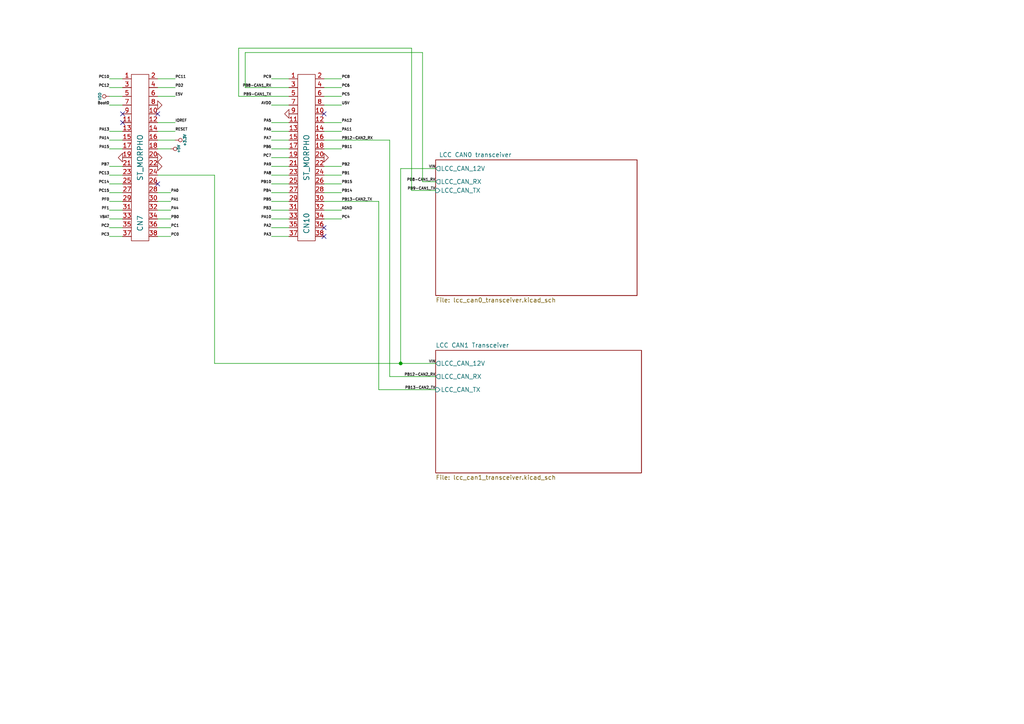
<source format=kicad_sch>
(kicad_sch (version 20211123) (generator eeschema)
  (paper "A4")
  (title_block (date "12 jun 2018"))
  (lib_symbols
    (symbol "STM32_Nucleo_MorphoBoard-rescue:+3.3V" (power) (pin_names (offset 0))
      (property "Value" "+3.3V" (at 0 2.794 0))
      (symbol "+3.3V_0_0"
        (pin power_in line (at 0 0 90) (length 0) hide (name "+3.3V") (number "1"))
      )
      (symbol "+3.3V_0_1"
        (polyline (pts (xy 0 0) (xy 0 1.016) (xy 0 1.016)))
        (circle (center 0 1.524) (radius 0.508))
      )
    )
    (symbol "STM32_Nucleo_MorphoBoard-rescue:+5V" (power) (pin_names (offset 1.016))
      (property "Value" "+5V" (at 0 2.286 0))
      (symbol "+5V_0_0"
        (pin power_in line (at 0 0 90) (length 0) hide (name "+5V") (number "1"))
      )
      (symbol "+5V_0_1"
        (polyline (pts (xy 0 0) (xy 0 0.762) (xy 0 0.762) (xy 0 0.762)))
        (circle (center 0 1.27) (radius 0.508))
      )
    )
    (symbol "STM32_Nucleo_MorphoBoard-rescue:GND" (power) (pin_names (offset 0))
      (symbol "GND_0_1"
        (polyline (pts (xy -1.27 0) (xy 0 -1.27) (xy 1.27 0) (xy -1.27 0)))
      )
      (symbol "GND_1_1"
        (pin power_in line (at 0 0 90) (length 0) hide (name "GND") (number "1"))
      )
    )
    (symbol "STM32_Nucleo_MorphoBoard-rescue:VDD" (power) (pin_names (offset 0))
      (property "Value" "VDD" (at 0 2.794 0))
      (symbol "VDD_0_0"
        (pin power_in line (at 0 0 90) (length 0) hide (name "VDD") (number "1"))
      )
      (symbol "VDD_0_1"
        (polyline (pts (xy 0 0) (xy 0 1.016) (xy 0 1.016)))
        (circle (center 0 1.524) (radius 0.508))
      )
    )
    (symbol "st_morpho:ST_MORPHO" (pin_names (offset 1.016))
      (property "Reference" "CN" (at 0 -19.05 90))
      (property "Value" "ST_MORPHO" (at 0 0 90))
      (symbol "ST_MORPHO_0_1"
        (rectangle (start -2.54 24.13) (end 2.54 -24.13))
      )
      (symbol "ST_MORPHO_1_1"
        (pin input line (at -5.08 22.86 0) (length 2.54) (name "~") (number "1"))
        (pin input line (at 5.08 12.7 180) (length 2.54) (name "~") (number "10"))
        (pin input line (at -5.08 10.16 0) (length 2.54) (name "~") (number "11"))
        (pin input line (at 5.08 10.16 180) (length 2.54) (name "~") (number "12"))
        (pin input line (at -5.08 7.62 0) (length 2.54) (name "~") (number "13"))
        (pin input line (at 5.08 7.62 180) (length 2.54) (name "~") (number "14"))
        (pin input line (at -5.08 5.08 0) (length 2.54) (name "~") (number "15"))
        (pin input line (at 5.08 5.08 180) (length 2.54) (name "~") (number "16"))
        (pin input line (at -5.08 2.54 0) (length 2.54) (name "~") (number "17"))
        (pin input line (at 5.08 2.54 180) (length 2.54) (name "~") (number "18"))
        (pin input line (at -5.08 0 0) (length 2.54) (name "~") (number "19"))
        (pin input line (at 5.08 22.86 180) (length 2.54) (name "~") (number "2"))
        (pin input line (at 5.08 0 180) (length 2.54) (name "~") (number "20"))
        (pin input line (at -5.08 -2.54 0) (length 2.54) (name "~") (number "21"))
        (pin input line (at 5.08 -2.54 180) (length 2.54) (name "~") (number "22"))
        (pin input line (at -5.08 -5.08 0) (length 2.54) (name "~") (number "23"))
        (pin input line (at 5.08 -5.08 180) (length 2.54) (name "~") (number "24"))
        (pin input line (at -5.08 -7.62 0) (length 2.54) (name "~") (number "25"))
        (pin input line (at 5.08 -7.62 180) (length 2.54) (name "~") (number "26"))
        (pin input line (at -5.08 -10.16 0) (length 2.54) (name "~") (number "27"))
        (pin input line (at 5.08 -10.16 180) (length 2.54) (name "~") (number "28"))
        (pin input line (at -5.08 -12.7 0) (length 2.54) (name "~") (number "29"))
        (pin input line (at -5.08 20.32 0) (length 2.54) (name "~") (number "3"))
        (pin input line (at 5.08 -12.7 180) (length 2.54) (name "~") (number "30"))
        (pin input line (at -5.08 -15.24 0) (length 2.54) (name "~") (number "31"))
        (pin input line (at 5.08 -15.24 180) (length 2.54) (name "~") (number "32"))
        (pin input line (at -5.08 -17.78 0) (length 2.54) (name "~") (number "33"))
        (pin input line (at 5.08 -17.78 180) (length 2.54) (name "~") (number "34"))
        (pin input line (at -5.08 -20.32 0) (length 2.54) (name "~") (number "35"))
        (pin input line (at 5.08 -20.32 180) (length 2.54) (name "~") (number "36"))
        (pin input line (at -5.08 -22.86 0) (length 2.54) (name "~") (number "37"))
        (pin input line (at 5.08 -22.86 180) (length 2.54) (name "~") (number "38"))
        (pin input line (at 5.08 20.32 180) (length 2.54) (name "~") (number "4"))
        (pin input line (at -5.08 17.78 0) (length 2.54) (name "~") (number "5"))
        (pin input line (at 5.08 17.78 180) (length 2.54) (name "~") (number "6"))
        (pin input line (at -5.08 15.24 0) (length 2.54) (name "~") (number "7"))
        (pin input line (at 5.08 15.24 180) (length 2.54) (name "~") (number "8"))
        (pin input line (at -5.08 12.7 0) (length 2.54) (name "~") (number "9"))
      )
    )
  )
  (junction (at 116.205 105.41))
  (no_connect (at 93.98 68.58))
  (no_connect (at 93.98 33.02))
  (no_connect (at 45.72 53.34))
  (no_connect (at 35.56 33.02))
  (no_connect (at 93.98 66.04))
  (no_connect (at 45.72 33.02))
  (no_connect (at 35.56 35.56))
  (wire (pts (xy 35.56 22.86) (xy 31.75 22.86)))
  (wire (pts (xy 99.06 60.96) (xy 93.98 60.96)))
  (wire (pts (xy 99.06 48.26) (xy 93.98 48.26)))
  (wire (pts (xy 71.12 15.24) (xy 71.12 25.4)))
  (wire (pts (xy 69.215 27.94) (xy 83.82 27.94)))
  (wire (pts (xy 99.06 27.94) (xy 93.98 27.94)))
  (wire (pts (xy 116.205 105.41) (xy 126.365 105.41)))
  (wire (pts (xy 50.8 22.86) (xy 45.72 22.86)))
  (wire (pts (xy 49.53 55.88) (xy 45.72 55.88)))
  (wire (pts (xy 78.74 43.18) (xy 83.82 43.18)))
  (wire (pts (xy 83.82 55.88) (xy 78.74 55.88)))
  (wire (pts (xy 93.98 40.64) (xy 113.03 40.64)))
  (wire (pts (xy 49.53 60.96) (xy 45.72 60.96)))
  (wire (pts (xy 93.98 38.1) (xy 99.06 38.1)))
  (wire (pts (xy 49.53 63.5) (xy 45.72 63.5)))
  (wire (pts (xy 78.74 66.04) (xy 83.82 66.04)))
  (wire (pts (xy 83.82 68.58) (xy 78.74 68.58)))
  (wire (pts (xy 31.75 27.94) (xy 35.56 27.94)))
  (wire (pts (xy 99.06 22.86) (xy 93.98 22.86)))
  (wire (pts (xy 126.365 109.22) (xy 113.03 109.22)))
  (wire (pts (xy 113.03 109.22) (xy 113.03 40.64)))
  (wire (pts (xy 119.38 55.245) (xy 126.365 55.245)))
  (wire (pts (xy 78.74 53.34) (xy 83.82 53.34)))
  (wire (pts (xy 31.75 53.34) (xy 35.56 53.34)))
  (wire (pts (xy 49.53 66.04) (xy 45.72 66.04)))
  (wire (pts (xy 31.75 66.04) (xy 35.56 66.04)))
  (wire (pts (xy 116.205 48.895) (xy 116.205 105.41)))
  (wire (pts (xy 78.74 30.48) (xy 83.82 30.48)))
  (wire (pts (xy 122.555 52.705) (xy 122.555 15.24)))
  (wire (pts (xy 49.53 68.58) (xy 45.72 68.58)))
  (wire (pts (xy 78.74 35.56) (xy 83.82 35.56)))
  (wire (pts (xy 83.82 45.72) (xy 78.74 45.72)))
  (wire (pts (xy 31.75 63.5) (xy 35.56 63.5)))
  (wire (pts (xy 99.06 63.5) (xy 93.98 63.5)))
  (wire (pts (xy 31.75 55.88) (xy 35.56 55.88)))
  (wire (pts (xy 93.98 55.88) (xy 99.06 55.88)))
  (wire (pts (xy 78.74 48.26) (xy 83.82 48.26)))
  (wire (pts (xy 31.75 40.64) (xy 35.56 40.64)))
  (wire (pts (xy 50.8 25.4) (xy 45.72 25.4)))
  (wire (pts (xy 83.82 63.5) (xy 78.74 63.5)))
  (wire (pts (xy 50.8 35.56) (xy 45.72 35.56)))
  (wire (pts (xy 83.82 50.8) (xy 78.74 50.8)))
  (wire (pts (xy 78.74 38.1) (xy 83.82 38.1)))
  (wire (pts (xy 31.75 58.42) (xy 35.56 58.42)))
  (wire (pts (xy 50.8 40.64) (xy 45.72 40.64)))
  (wire (pts (xy 93.98 25.4) (xy 99.06 25.4)))
  (wire (pts (xy 31.75 68.58) (xy 35.56 68.58)))
  (wire (pts (xy 50.8 38.1) (xy 45.72 38.1)))
  (wire (pts (xy 122.555 15.24) (xy 71.12 15.24)))
  (wire (pts (xy 31.75 50.8) (xy 35.56 50.8)))
  (wire (pts (xy 93.98 50.8) (xy 99.06 50.8)))
  (wire (pts (xy 78.74 58.42) (xy 83.82 58.42)))
  (wire (pts (xy 31.75 48.26) (xy 35.56 48.26)))
  (wire (pts (xy 126.365 52.705) (xy 122.555 52.705)))
  (wire (pts (xy 50.8 27.94) (xy 45.72 27.94)))
  (wire (pts (xy 99.06 35.56) (xy 93.98 35.56)))
  (wire (pts (xy 119.38 13.97) (xy 119.38 55.245)))
  (wire (pts (xy 78.74 60.96) (xy 83.82 60.96)))
  (wire (pts (xy 31.75 43.18) (xy 35.56 43.18)))
  (wire (pts (xy 35.56 25.4) (xy 31.75 25.4)))
  (wire (pts (xy 126.365 48.895) (xy 116.205 48.895)))
  (wire (pts (xy 31.75 38.1) (xy 35.56 38.1)))
  (wire (pts (xy 83.82 40.64) (xy 78.74 40.64)))
  (wire (pts (xy 62.23 105.41) (xy 116.205 105.41)))
  (wire (pts (xy 49.53 43.18) (xy 45.72 43.18)))
  (wire (pts (xy 109.855 58.42) (xy 109.855 113.03)))
  (wire (pts (xy 31.75 60.96) (xy 35.56 60.96)))
  (wire (pts (xy 109.855 113.03) (xy 126.365 113.03)))
  (wire (pts (xy 45.72 50.8) (xy 62.23 50.8)))
  (wire (pts (xy 83.82 22.86) (xy 78.74 22.86)))
  (wire (pts (xy 93.98 30.48) (xy 99.06 30.48)))
  (wire (pts (xy 49.53 58.42) (xy 45.72 58.42)))
  (wire (pts (xy 71.12 25.4) (xy 83.82 25.4)))
  (wire (pts (xy 93.98 58.42) (xy 109.855 58.42)))
  (wire (pts (xy 69.215 13.97) (xy 119.38 13.97)))
  (wire (pts (xy 62.23 50.8) (xy 62.23 105.41)))
  (wire (pts (xy 99.06 53.34) (xy 93.98 53.34)))
  (wire (pts (xy 69.215 27.94) (xy 69.215 13.97)))
  (wire (pts (xy 35.56 30.48) (xy 31.75 30.48)))
  (wire (pts (xy 99.06 43.18) (xy 93.98 43.18)))
  (label "PB12-CAN2_RX" (at 126.365 109.22 180) (effects (font (size 0.762 0.762))))
  (label "PB15" (at 99.06 53.34 0) (effects (font (size 0.762 0.762))))
  (label "PC1" (at 49.53 66.04 0) (effects (font (size 0.762 0.762))))
  (label "PA5" (at 78.74 35.56 180) (effects (font (size 0.762 0.762))))
  (label "PA0" (at 49.53 55.88 0) (effects (font (size 0.762 0.762))))
  (label "PC14" (at 31.75 53.34 180) (effects (font (size 0.762 0.762))))
  (label "PF0" (at 31.75 58.42 180) (effects (font (size 0.762 0.762))))
  (label "PB13-CAN2_TX" (at 99.06 58.42 0) (effects (font (size 0.762 0.762))))
  (label "PB4" (at 78.74 55.88 180) (effects (font (size 0.762 0.762))))
  (label "PC4" (at 99.06 63.5 0) (effects (font (size 0.762 0.762))))
  (label "PC15" (at 31.75 55.88 180) (effects (font (size 0.762 0.762))))
  (label "AGND" (at 99.06 60.96 0) (effects (font (size 0.762 0.762))))
  (label "VIN" (at 126.365 48.895 180) (effects (font (size 0.762 0.762))))
  (label "PC7" (at 78.74 45.72 180) (effects (font (size 0.762 0.762))))
  (label "PA8" (at 78.74 50.8 180) (effects (font (size 0.762 0.762))))
  (label "U5V" (at 99.06 30.48 0) (effects (font (size 0.762 0.762))))
  (label "PC9" (at 78.74 22.86 180) (effects (font (size 0.762 0.762))))
  (label "Boot0" (at 31.75 30.48 180) (effects (font (size 0.762 0.762))))
  (label "PD2" (at 50.8 25.4 0) (effects (font (size 0.762 0.762))))
  (label "PB8-CAN1_RX" (at 126.365 52.705 180) (effects (font (size 0.762 0.762))))
  (label "PB0" (at 49.53 63.5 0) (effects (font (size 0.762 0.762))))
  (label "VIN" (at 126.365 105.41 180) (effects (font (size 0.762 0.762))))
  (label "PB9-CAN1_TX" (at 78.74 27.94 180) (effects (font (size 0.762 0.762))))
  (label "PA2" (at 78.74 66.04 180) (effects (font (size 0.762 0.762))))
  (label "E5V" (at 50.8 27.94 0) (effects (font (size 0.762 0.762))))
  (label "PC8" (at 99.06 22.86 0) (effects (font (size 0.762 0.762))))
  (label "PC10" (at 31.75 22.86 180) (effects (font (size 0.762 0.762))))
  (label "PB7" (at 31.75 48.26 180) (effects (font (size 0.762 0.762))))
  (label "PB11" (at 99.06 43.18 0) (effects (font (size 0.762 0.762))))
  (label "PB8-CAN1_RX" (at 78.74 25.4 180) (effects (font (size 0.762 0.762))))
  (label "PB3" (at 78.74 60.96 180) (effects (font (size 0.762 0.762))))
  (label "PA10" (at 78.74 63.5 180) (effects (font (size 0.762 0.762))))
  (label "PB6" (at 78.74 43.18 180) (effects (font (size 0.762 0.762))))
  (label "VBAT" (at 31.75 63.5 180) (effects (font (size 0.762 0.762))))
  (label "PB1" (at 99.06 50.8 0) (effects (font (size 0.762 0.762))))
  (label "PA6" (at 78.74 38.1 180) (effects (font (size 0.762 0.762))))
  (label "RESET" (at 50.8 38.1 0) (effects (font (size 0.762 0.762))))
  (label "PB9-CAN1_TX" (at 126.365 55.245 180) (effects (font (size 0.762 0.762))))
  (label "PC12" (at 31.75 25.4 180) (effects (font (size 0.762 0.762))))
  (label "PA11" (at 99.06 38.1 0) (effects (font (size 0.762 0.762))))
  (label "PB5" (at 78.74 58.42 180) (effects (font (size 0.762 0.762))))
  (label "PB10" (at 78.74 53.34 180) (effects (font (size 0.762 0.762))))
  (label "PB12-CAN2_RX" (at 99.06 40.64 0) (effects (font (size 0.762 0.762))))
  (label "PA9" (at 78.74 48.26 180) (effects (font (size 0.762 0.762))))
  (label "IOREF" (at 50.8 35.56 0) (effects (font (size 0.762 0.762))))
  (label "PB14" (at 99.06 55.88 0) (effects (font (size 0.762 0.762))))
  (label "PF1" (at 31.75 60.96 180) (effects (font (size 0.762 0.762))))
  (label "PA12" (at 99.06 35.56 0) (effects (font (size 0.762 0.762))))
  (label "PA1" (at 49.53 58.42 0) (effects (font (size 0.762 0.762))))
  (label "PA15" (at 31.75 43.18 180) (effects (font (size 0.762 0.762))))
  (label "PA7" (at 78.74 40.64 180) (effects (font (size 0.762 0.762))))
  (label "PC11" (at 50.8 22.86 0) (effects (font (size 0.762 0.762))))
  (label "PA14" (at 31.75 40.64 180) (effects (font (size 0.762 0.762))))
  (label "PC2" (at 31.75 66.04 180) (effects (font (size 0.762 0.762))))
  (label "PA4" (at 49.53 60.96 0) (effects (font (size 0.762 0.762))))
  (label "PC6" (at 99.06 25.4 0) (effects (font (size 0.762 0.762))))
  (label "PA3" (at 78.74 68.58 180) (effects (font (size 0.762 0.762))))
  (label "PC13" (at 31.75 50.8 180) (effects (font (size 0.762 0.762))))
  (label "PA13" (at 31.75 38.1 180) (effects (font (size 0.762 0.762))))
  (label "PC5" (at 99.06 27.94 0) (effects (font (size 0.762 0.762))))
  (label "PC3" (at 31.75 68.58 180) (effects (font (size 0.762 0.762))))
  (label "AVDD" (at 78.74 30.48 180) (effects (font (size 0.762 0.762))))
  (label "PB13-CAN2_TX" (at 126.365 113.03 180) (effects (font (size 0.762 0.762))))
  (label "PB2" (at 99.06 48.26 0) (effects (font (size 0.762 0.762))))
  (label "PC0" (at 49.53 68.58 0) (effects (font (size 0.762 0.762))))
  (symbol (lib_id "st_morpho:ST_MORPHO") (at 40.64 45.72 0) (unit 1)
    (property "Reference" "CN7" (at 40.64 64.77 90) (effects (font (size 1.524 1.524))))
    (property "Value" "ST_MORPHO" (at 40.64 45.72 90) (effects (font (size 1.524 1.524))))
    (property "Footprint" "STMorpho:ST_Morpho" (effects hide))
  )
  (symbol (lib_id "st_morpho:ST_MORPHO") (at 88.9 45.72 0) (unit 1)
    (property "Reference" "CN10" (at 88.9 64.77 90) (effects (font (size 1.524 1.524))))
    (property "Value" "ST_MORPHO" (at 88.9 45.72 90) (effects (font (size 1.524 1.524))))
    (property "Footprint" "STMorpho:ST_Morpho" (effects hide))
  )
  (symbol (lib_id "STM32_Nucleo_MorphoBoard-rescue:GND") (at 35.56 45.72 270) (unit 1)
    (property "Reference" "#PWR0102" (effects hide))
    (property "Value" "GND" (effects hide))
  )
  (symbol (lib_id "STM32_Nucleo_MorphoBoard-rescue:VDD") (at 31.75 27.94 90) (unit 1)
    (property "Reference" "#PWR0101" (effects hide))
    (property "Value" "VDD" (at 28.956 27.94 0) (effects (font (size 0.762 0.762))))
  )
  (symbol (lib_id "STM32_Nucleo_MorphoBoard-rescue:GND") (at 83.82 33.02 270) (unit 1)
    (property "Reference" "#PWR0108" (effects hide))
    (property "Value" "GND" (effects hide))
  )
  (symbol (lib_id "STM32_Nucleo_MorphoBoard-rescue:GND") (at 93.98 45.72 90) (unit 1)
    (property "Reference" "#PWR0109" (effects hide))
    (property "Value" "GND" (effects hide))
  )
  (symbol (lib_id "STM32_Nucleo_MorphoBoard-rescue:GND") (at 45.72 30.48 90) (unit 1)
    (property "Reference" "#PWR0103" (effects hide))
    (property "Value" "GND" (effects hide))
  )
  (symbol (lib_id "STM32_Nucleo_MorphoBoard-rescue:+3.3V") (at 50.8 40.64 270) (unit 1)
    (property "Reference" "#PWR0107" (effects hide))
    (property "Value" "+3.3V" (at 53.594 40.64 0) (effects (font (size 0.762 0.762))))
  )
  (symbol (lib_id "STM32_Nucleo_MorphoBoard-rescue:+5V") (at 49.53 43.18 270) (unit 1)
    (property "Reference" "#PWR0106" (effects hide))
    (property "Value" "+5V" (at 51.816 43.18 0) (effects (font (size 0.762 0.762))))
  )
  (symbol (lib_id "STM32_Nucleo_MorphoBoard-rescue:GND") (at 45.72 45.72 90) (unit 1)
    (property "Reference" "#PWR0104" (effects hide))
    (property "Value" "GND" (effects hide))
  )
  (symbol (lib_id "STM32_Nucleo_MorphoBoard-rescue:GND") (at 45.72 48.26 90) (unit 1)
    (property "Reference" "#PWR0105" (effects hide))
    (property "Value" "GND" (effects hide))
  )
  (sheet (at 126.365 46.355) (size 58.42 39.37) (stroke (width 0.1524))
    (property "Sheet name" " LCC CAN0 transceiver" (at 126.365 45.6434 0) (effects (justify left bottom)))
    (property "Sheet file" "lcc_can0_transceiver.kicad_sch" (at 126.365 86.3096 0) (effects (justify left top)))
    (pin "LCC_CAN_12V" output (at 126.365 48.895 180))
    (pin "LCC_CAN_RX" output (at 126.365 52.705 180))
    (pin "LCC_CAN_TX" input (at 126.365 55.245 180))
  )
  (sheet (at 126.365 101.6) (size 59.69 35.56) (stroke (width 0.1524))
    (property "Sheet name" "LCC CAN1 Transceiver" (at 126.365 100.8884 0) (effects (justify left bottom)))
    (property "Sheet file" "lcc_can1_transceiver.kicad_sch" (at 126.365 137.7446 0) (effects (justify left top)))
    (pin "LCC_CAN_12V" output (at 126.365 105.41 180))
    (pin "LCC_CAN_RX" output (at 126.365 109.22 180))
    (pin "LCC_CAN_TX" input (at 126.365 113.03 180))
  )
)
</source>
